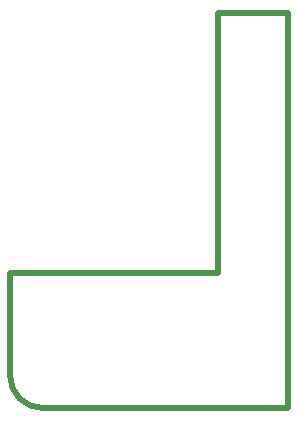
<source format=gbr>
G04 start of page 4 for group 6 idx 6 *
G04 Title: (unknown), outline *
G04 Creator: pcb 4.2.0 *
G04 CreationDate: Thu Feb 27 09:32:16 2020 UTC *
G04 For: blinken *
G04 Format: Gerber/RS-274X *
G04 PCB-Dimensions (mm): 65.00 56.00 *
G04 PCB-Coordinate-Origin: lower left *
%MOMM*%
%FSLAX43Y43*%
%LNOUTLINE*%
%ADD39C,0.500*%
G54D39*X3050Y22300D02*X23900D01*
X18050Y33700D02*X450D01*
Y25100D02*Y33700D01*
X18050Y55750D02*Y39400D01*
Y55750D02*X23950D01*
Y22300D01*
X18050Y39350D02*Y33700D01*
X450Y25050D02*G75*G03X3200Y22300I2750J0D01*G01*
M02*

</source>
